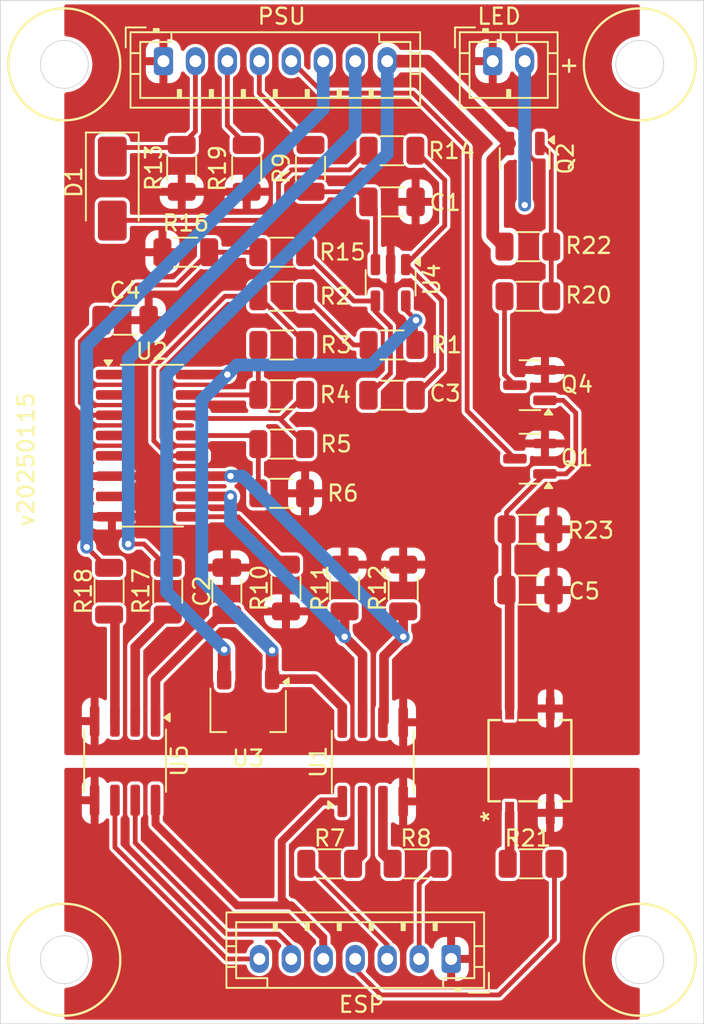
<source format=kicad_pcb>
(kicad_pcb (version 20241129) (generator "pcbnew") (generator_version "9.0")
  (layers (0 "F.Cu" signal) (2 "B.Cu" signal) (5 "F.SilkS" user "F.Silkscreen") (7 "B.SilkS" user "B.Silkscreen") (1 "F.Mask" user) (3 "B.Mask" user) (25 "Edge.Cuts" user))
  (net 0 "")
  (net 1 "+3.3V")
  (net 2 "GND-ESP")
  (net 3 "PSU +5V")
  (net 4 "GND-PSU")
  (net 5 "/PSU Power Gate")
  (net 6 "PSU +12V")
  (net 7 "Net-(U1-VIA)")
  (net 8 "Net-(U1-VIB)")
  (net 9 "/PSU A TACHOMETER")
  (net 10 "/PSU A TX")
  (net 11 "Net-(U4-+)")
  (net 12 "Net-(U4--)")
  (net 13 "/PSU/PSU SIG1")
  (net 14 "/PSU/PSU SIG3")
  (net 15 "/PSU/PSU ON")
  (net 16 "/PSU/PSU TACHOMETER")
  (net 17 "/PSU/PSU TX")
  (net 18 "/PSU/PSU SIG2")
  (net 19 "/PSU/PSU Button LED")
  (net 20 "/PSU/MUX CUR A")
  (net 21 "/PSU/MUX CUR B")
  (net 22 "Net-(U2-X)")
  (net 23 "Net-(Q1-G)")
  (net 24 "Net-(D1-A)")
  (net 25 "Net-(Q2-G)")
  (net 26 "Net-(Q3-Pad1)")
  (net 27 "Net-(Q4-D)")
  (net 28 "Net-(U2-X3)")
  (net 29 "Net-(U2-X2)")
  (net 30 "Net-(U2-X1)")
  (net 31 "Net-(U2-X0)")
  (net 32 "/PSU Current A")
  (net 33 "/PSU Current B")
  (net 34 "Net-(U2-C)")
  (net 40 "Net-(C3-Pad2)")
  (net 41 "Net-(R1-Pad1)")
  (net 42 "Net-(U5-VIA)")
  (net 43 "Net-(U5-VIB)")
  (footprint "Resistor_SMD:R_1206_3216Metric" (layer "F.Cu") (at 79.6 72.505)
    (property "Reference" "R2" (at 3.348809 0 0) (layer "F.SilkS"))
    (property "Value" "390R")
    (pad "1" smd roundrect (at -1.4625 0) (size 1.125 1.75) (layers "F.Cu" "F.Mask" "F.Paste") (roundrect_rratio 0.222222) (net 28 "Net-(U2-X3)"))
    (pad "2" smd roundrect (at 1.4625 0) (size 1.125 1.75) (layers "F.Cu" "F.Mask" "F.Paste") (roundrect_rratio 0.222222) (net 41 "Net-(R1-Pad1)"))
  )
  (footprint "Resistor_SMD:R_1206_3216Metric" (layer "F.Cu") (at 86.5 75.55)
    (property "Reference" "R1" (at 3.4 0 0) (layer "F.SilkS"))
    (property "Value" "3.9k")
    (pad "1" smd roundrect (at -1.4625 0) (size 1.125 1.75) (layers "F.Cu" "F.Mask" "F.Paste") (roundrect_rratio 0.222222) (net 41 "Net-(R1-Pad1)"))
    (pad "2" smd roundrect (at 1.4625 0) (size 1.125 1.75) (layers "F.Cu" "F.Mask" "F.Paste") (roundrect_rratio 0.222222) (net 3 "PSU +5V"))
  )
  (footprint "Package_TO_SOT_SMD:SOT-23" (layer "F.Cu") (at 95.13 82.6639 180)
    (property "Reference" "Q1" (at -2.9375 0.05 0) (layer "F.SilkS"))
    (property "Value" "IRLML0030")
    (pad "1" smd roundrect (at -0.9375 -0.95 180) (size 1.475 0.6) (layers "F.Cu" "F.Mask" "F.Paste") (net 23 "Net-(Q1-G)"))
    (pad "2" smd roundrect (at -0.9375 0.95 180) (size 1.475 0.6) (layers "F.Cu" "F.Mask" "F.Paste") (net 4 "GND-PSU"))
    (pad "3" smd roundrect (at 0.9375 0 180) (size 1.475 0.6) (layers "F.Cu" "F.Mask" "F.Paste") (net 15 "/PSU/PSU ON"))
  )
  (footprint "Diode_SMD:D_SMA" (layer "F.Cu") (at 69 65.77 -90)
    (property "Reference" "D1" (at -0.4 2.4 -90) (layer "F.SilkS"))
    (property "Value" "1N4007")
    (pad "1" smd roundrect (at -2 0 270) (size 2.5 1.8) (layers "F.Cu" "F.Mask" "F.Paste") (roundrect_rratio 0.1388888889) (net 13 "/PSU/PSU SIG1"))
    (pad "2" smd roundrect (at 2 0 270) (size 2.5 1.8) (layers "F.Cu" "F.Mask" "F.Paste") (roundrect_rratio 0.1388888889) (net 24 "Net-(D1-A)"))
  )
  (footprint "Resistor_SMD:R_1206_3216Metric" (layer "F.Cu") (at 73.6 69.75)
    (property "Reference" "R16" (at 0 -1.82 0) (layer "F.SilkS"))
    (property "Value" "100k")
    (pad "1" smd roundrect (at -1.4625 0) (size 1.125 1.75) (layers "F.Cu" "F.Mask" "F.Paste") (roundrect_rratio 0.222222) (net 4 "GND-PSU"))
    (pad "2" smd roundrect (at 1.4625 0) (size 1.125 1.75) (layers "F.Cu" "F.Mask" "F.Paste") (roundrect_rratio 0.222222) (net 22 "Net-(U2-X)"))
  )
  (footprint "Package_TO_SOT_SMD:SOT-23" (layer "F.Cu") (at 94.8 63.8875 -90)
    (property "Reference" "Q2" (at 0 -2.55 90) (layer "F.SilkS"))
    (property "Value" "PMOS 9301")
    (pad "1" smd roundrect (at -0.9375 -0.95 270) (size 1.475 0.6) (layers "F.Cu" "F.Mask" "F.Paste") (net 25 "Net-(Q2-G)"))
    (pad "2" smd roundrect (at -0.9375 0.95 270) (size 1.475 0.6) (layers "F.Cu" "F.Mask" "F.Paste") (net 6 "PSU +12V"))
    (pad "3" smd roundrect (at 0.9375 0 270) (size 1.475 0.6) (layers "F.Cu" "F.Mask" "F.Paste") (net 19 "/PSU/PSU Button LED"))
  )
  (footprint "Resistor_SMD:R_1206_3216Metric" (layer "F.Cu") (at 81.4 64.505 90)
    (property "Reference" "R9" (at 0 -1.82 90) (layer "F.SilkS"))
    (property "Value" "1k")
    (pad "1" smd roundrect (at -1.4625 0 90) (size 1.125 1.75) (layers "F.Cu" "F.Mask" "F.Paste") (roundrect_rratio 0.222222) (net 11 "Net-(U4-+)"))
    (pad "2" smd roundrect (at 1.4625 0 90) (size 1.125 1.75) (layers "F.Cu" "F.Mask" "F.Paste") (roundrect_rratio 0.222222) (net 14 "/PSU/PSU SIG3"))
  )
  (footprint "Resistor_SMD:R_1206_3216Metric" (layer "F.Cu") (at 79.6 81.75)
    (property "Reference" "R5" (at 3.4 0 0) (layer "F.SilkS"))
    (property "Value" "1k")
    (pad "1" smd roundrect (at -1.4625 0) (size 1.125 1.75) (layers "F.Cu" "F.Mask" "F.Paste") (roundrect_rratio 0.222222) (net 31 "Net-(U2-X0)"))
    (pad "2" smd roundrect (at 1.4625 0) (size 1.125 1.75) (layers "F.Cu" "F.Mask" "F.Paste") (roundrect_rratio 0.222222) (net 30 "Net-(U2-X1)"))
  )
  (footprint "Resistor_SMD:R_1206_3216Metric" (layer "F.Cu") (at 95.13 87.0782 180)
    (property "Reference" "R23" (at -3.8 -0.0718 0) (layer "F.SilkS"))
    (property "Value" "1M")
    (pad "1" smd roundrect (at -1.4625 0 180) (size 1.125 1.75) (layers "F.Cu" "F.Mask" "F.Paste") (roundrect_rratio 0.222222) (net 4 "GND-PSU"))
    (pad "2" smd roundrect (at 1.4625 0 180) (size 1.125 1.75) (layers "F.Cu" "F.Mask" "F.Paste") (roundrect_rratio 0.222222) (net 23 "Net-(Q1-G)"))
  )
  (footprint "Resistor_SMD:R_1206_3216Metric" (layer "F.Cu") (at 95 72.505)
    (property "Reference" "R20" (at 3.8 -0.0639 0) (layer "F.SilkS"))
    (property "Value" "50R")
    (pad "1" smd roundrect (at -1.4625 0) (size 1.125 1.75) (layers "F.Cu" "F.Mask" "F.Paste") (roundrect_rratio 0.222222) (net 27 "Net-(Q4-D)"))
    (pad "2" smd roundrect (at 1.4625 0) (size 1.125 1.75) (layers "F.Cu" "F.Mask" "F.Paste") (roundrect_rratio 0.222222) (net 25 "Net-(Q2-G)"))
  )
  (footprint "Resistor_SMD:R_1206_3216Metric" (layer "F.Cu") (at 79.6 69.75)
    (property "Reference" "R15" (at 3.8 0 0) (layer "F.SilkS"))
    (property "Value" "1k")
    (pad "1" smd roundrect (at -1.4625 0) (size 1.125 1.75) (layers "F.Cu" "F.Mask" "F.Paste") (roundrect_rratio 0.222222) (net 22 "Net-(U2-X)"))
    (pad "2" smd roundrect (at 1.4625 0) (size 1.125 1.75) (layers "F.Cu" "F.Mask" "F.Paste") (roundrect_rratio 0.222222) (net 12 "Net-(U4--)"))
  )
  (footprint "Connector_JST:JST_PH_B8B-PH-K_1x08_P2.00mm_Vertical" (layer "F.Cu") (at 72.2 57.8)
    (property "Reference" "J2" (hide yes))
    (property "Value" "PSU" (at 7.4 -2.8 0) (layer "F.SilkS"))
    (pad "1" thru_hole roundrect (at 0 0) (size 1.2 1.75) (drill 0.75) (layers "*.Cu" "*.Mask") (roundrect_rratio 0.208333) (net 4 "GND-PSU"))
    (pad "2" thru_hole oval (at 2 0) (size 1.2 1.75) (drill 0.75) (layers "*.Cu" "*.Mask") (net 13 "/PSU/PSU SIG1"))
    (pad "3" thru_hole oval (at 4 0) (size 1.2 1.75) (drill 0.75) (layers "*.Cu" "*.Mask") (net 18 "/PSU/PSU SIG2"))
    (pad "4" thru_hole oval (at 6 0) (size 1.2 1.75) (drill 0.75) (layers "*.Cu" "*.Mask") (net 14 "/PSU/PSU SIG3"))
    (pad "5" thru_hole oval (at 8 0) (size 1.2 1.75) (drill 0.75) (layers "*.Cu" "*.Mask") (net 15 "/PSU/PSU ON"))
    (pad "6" thru_hole oval (at 10 0) (size 1.2 1.75) (drill 0.75) (layers "*.Cu" "*.Mask") (net 16 "/PSU/PSU TACHOMETER"))
    (pad "7" thru_hole oval (at 12 0) (size 1.2 1.75) (drill 0.75) (layers "*.Cu" "*.Mask") (net 17 "/PSU/PSU TX"))
    (pad "8" thru_hole oval (at 14 0) (size 1.2 1.75) (drill 0.75) (layers "*.Cu" "*.Mask") (net 6 "PSU +12V"))
  )
  (footprint "Package_TO_SOT_SMD:SOT-89-3" (layer "F.Cu") (at 77.5 98.4 -90)
    (property "Reference" "U3" (at 3 0 180) (layer "F.SilkS"))
    (property "Value" "L78L05_SOT89")
    (pad "1" smd roundrect (at -1.95 -1.5 270) (size 1.3 0.9) (layers "F.Cu" "F.Mask" "F.Paste") (net 3 "PSU +5V"))
    (pad "2" smd custom (at -1.8625 0 270) (size 1.475 0.9) (layers "F.Cu" "F.Mask" "F.Paste") (net 4 "GND-PSU") (options (clearance outline) (anchor rect)) (primitives (gr_poly (pts (xy 3.8625 0.8665) (xy 0.7375 0.8665) (xy 0.7375 -0.8665) (xy 3.8625 -0.8665)) (width 0) (fill yes))))
    (pad "3" smd roundrect (at -1.95 1.5 270) (size 1.3 0.9) (layers "F.Cu" "F.Mask" "F.Paste") (net 6 "PSU +12V") (clearance 0.1))
  )
  (footprint "Resistor_SMD:R_1206_3216Metric" (layer "F.Cu") (at 82.6 108 180)
    (property "Reference" "R7" (at 0 1.6 0) (layer "F.SilkS"))
    (property "Value" "200R")
    (pad "1" smd roundrect (at -1.4625 0 180) (size 1.125 1.75) (layers "F.Cu" "F.Mask" "F.Paste") (roundrect_rratio 0.222222) (net 7 "Net-(U1-VIA)"))
    (pad "2" smd roundrect (at 1.4625 0 180) (size 1.125 1.75) (layers "F.Cu" "F.Mask" "F.Paste") (roundrect_rratio 0.222222) (net 33 "/PSU Current B"))
  )
  (footprint "Resistor_SMD:R_1206_3216Metric" (layer "F.Cu") (at 88 108)
    (property "Reference" "R8" (at 0 -1.6 0) (layer "F.SilkS"))
    (property "Value" "200R")
    (pad "1" smd roundrect (at -1.4625 0) (size 1.125 1.75) (layers "F.Cu" "F.Mask" "F.Paste") (roundrect_rratio 0.222222) (net 8 "Net-(U1-VIB)"))
    (pad "2" smd roundrect (at 1.4625 0) (size 1.125 1.75) (layers "F.Cu" "F.Mask" "F.Paste") (roundrect_rratio 0.222222) (net 32 "/PSU Current A"))
  )
  (footprint "Resistor_SMD:R_1206_3216Metric" (layer "F.Cu") (at 79.6 84.828332 180)
    (property "Reference" "R6" (at -3.825 0 0) (layer "F.SilkS"))
    (property "Value" "1k")
    (pad "1" smd roundrect (at -1.4625 0 180) (size 1.125 1.75) (layers "F.Cu" "F.Mask" "F.Paste") (roundrect_rratio 0.222222) (net 4 "GND-PSU"))
    (pad "2" smd roundrect (at 1.4625 0 180) (size 1.125 1.75) (layers "F.Cu" "F.Mask" "F.Paste") (roundrect_rratio 0.222222) (net 31 "Net-(U2-X0)"))
  )
  (footprint "trypillia:VOM1271T" (layer "F.Cu") (at 95.13 101.55 90)
    (property "Reference" "Q3" (hide yes))
    (property "Value" "VOM1271T")
    (fp_text user "*" (at -3.5 -2.5 90) (layer "F.SilkS"))
    (pad "1" smd rect (at -3.2639 -1.27 90) (size 1.3716 0.5588) (layers "F.Cu" "F.Mask" "F.Paste") (net 26 "Net-(Q3-Pad1)"))
    (pad "2" smd rect (at -3.2639 1.27 90) (size 1.3716 0.5588) (layers "F.Cu" "F.Mask" "F.Paste") (net 2 "GND-ESP"))
    (pad "3" smd rect (at 3.2639 1.27 90) (size 1.3716 0.5588) (layers "F.Cu" "F.Mask" "F.Paste") (net 4 "GND-PSU"))
    (pad "4" smd rect (at 3.2639 -1.27 90) (size 1.3716 0.5588) (layers "F.Cu" "F.Mask" "F.Paste") (net 23 "Net-(Q1-G)"))
  )
  (footprint "Resistor_SMD:R_1206_3216Metric" (layer "F.Cu") (at 95.2 108)
    (property "Reference" "R21" (at -0.2 -1.6 0) (layer "F.SilkS"))
    (property "Value" "200R")
    (pad "1" smd roundrect (at -1.4625 0) (size 1.125 1.75) (layers "F.Cu" "F.Mask" "F.Paste") (roundrect_rratio 0.222222) (net 26 "Net-(Q3-Pad1)"))
    (pad "2" smd roundrect (at 1.4625 0) (size 1.125 1.75) (layers "F.Cu" "F.Mask" "F.Paste") (roundrect_rratio 0.222222) (net 5 "/PSU Power Gate"))
  )
  (footprint "Resistor_SMD:R_1206_3216Metric" (layer "F.Cu") (at 83.532 90.75 -90)
    (property "Reference" "R11" (at 0 1.532 90) (layer "F.SilkS"))
    (property "Value" "10k")
    (pad "1" smd roundrect (at -1.4625 0 270) (size 1.125 1.75) (layers "F.Cu" "F.Mask" "F.Paste") (roundrect_rratio 0.222222) (net 4 "GND-PSU"))
    (pad "2" smd roundrect (at 1.4625 0 270) (size 1.125 1.75) (layers "F.Cu" "F.Mask" "F.Paste") (roundrect_rratio 0.222222) (net 21 "/PSU/MUX CUR B"))
  )
  (footprint "Resistor_SMD:R_1206_3216Metric" (layer "F.Cu") (at 77.408332 64.505 90)
    (property "Reference" "R19" (at 0 -1.82 90) (layer "F.SilkS"))
    (property "Value" "75k")
    (pad "1" smd roundrect (at -1.4625 0 90) (size 1.125 1.75) (layers "F.Cu" "F.Mask" "F.Paste") (roundrect_rratio 0.222222) (net 4 "GND-PSU"))
    (pad "2" smd roundrect (at 1.4625 0 90) (size 1.125 1.75) (layers "F.Cu" "F.Mask" "F.Paste") (roundrect_rratio 0.222222) (net 18 "/PSU/PSU SIG2"))
  )
  (footprint "Resistor_SMD:R_1206_3216Metric" (layer "F.Cu") (at 95 69.4 180)
    (property "Reference" "R22" (at -3.8 0.0639 0) (layer "F.SilkS"))
    (property "Value" "10k")
    (pad "1" smd roundrect (at -1.4625 0 180) (size 1.125 1.75) (layers "F.Cu" "F.Mask" "F.Paste") (roundrect_rratio 0.222222) (net 25 "Net-(Q2-G)"))
    (pad "2" smd roundrect (at 1.4625 0 180) (size 1.125 1.75) (layers "F.Cu" "F.Mask" "F.Paste") (roundrect_rratio 0.222222) (net 6 "PSU +12V"))
  )
  (footprint "Capacitor_SMD:C_1206_3216Metric" (layer "F.Cu") (at 69.8 74)
    (property "Reference" "C4" (at 0 -1.85 0) (layer "F.SilkS"))
    (property "Value" "100nF")
    (pad "1" smd roundrect (at -1.475 0) (size 1.15 1.8) (layers "F.Cu" "F.Mask" "F.Paste") (roundrect_rratio 0.217391) (net 22 "Net-(U2-X)"))
    (pad "2" smd roundrect (at 1.475 0) (size 1.15 1.8) (layers "F.Cu" "F.Mask" "F.Paste") (roundrect_rratio 0.217391) (net 4 "GND-PSU"))
  )
  (footprint "Resistor_SMD:R_1206_3216Metric" (layer "F.Cu") (at 73.341666 64.505 -90)
    (property "Reference" "R13" (at -0.0375 1.75 90) (layer "F.SilkS"))
    (property "Value" "15k")
    (pad "1" smd roundrect (at -1.4625 0 270) (size 1.125 1.75) (layers "F.Cu" "F.Mask" "F.Paste") (roundrect_rratio 0.222222) (net 13 "/PSU/PSU SIG1"))
    (pad "2" smd roundrect (at 1.4625 0 270) (size 1.125 1.75) (layers "F.Cu" "F.Mask" "F.Paste") (roundrect_rratio 0.222222) (net 4 "GND-PSU"))
  )
  (footprint "Resistor_SMD:R_1206_3216Metric" (layer "F.Cu") (at 72.468 90.95 90)
    (property "Reference" "R17" (at 0 -1.668 90) (layer "F.SilkS"))
    (property "Value" "200R")
    (pad "1" smd roundrect (at -1.4625 0 90) (size 1.125 1.75) (layers "F.Cu" "F.Mask" "F.Paste") (roundrect_rratio 0.222222) (net 42 "Net-(U5-VIA)"))
    (pad "2" smd roundrect (at 1.4625 0 90) (size 1.125 1.75) (layers "F.Cu" "F.Mask" "F.Paste") (roundrect_rratio 0.222222) (net 17 "/PSU/PSU TX"))
  )
  (footprint "Resistor_SMD:R_1206_3216Metric" (layer "F.Cu") (at 86.5 63.4 180)
    (property "Reference" "R14" (at -3.725 0 0) (layer "F.SilkS"))
    (property "Value" "1k")
    (pad "1" smd roundrect (at -1.4625 0 180) (size 1.125 1.75) (layers "F.Cu" "F.Mask" "F.Paste") (roundrect_rratio 0.222222) (net 40 "Net-(C3-Pad2)"))
    (pad "2" smd roundrect (at 1.4625 0 180) (size 1.125 1.75) (layers "F.Cu" "F.Mask" "F.Paste") (roundrect_rratio 0.222222) (net 24 "Net-(D1-A)"))
  )
  (footprint "Package_SO:SOP-16_3.9x9.9mm_P1.27mm" (layer "F.Cu") (at 71.475 81.85)
    (property "Reference" "U2" (at 0 -5.9 0) (layer "F.SilkS"))
    (property "Value" "CD4051B")
    (pad "1" smd roundrect (at -2.5 -4.445) (size 2 0.6) (layers "F.Cu" "F.Mask" "F.Paste"))
    (pad "2" smd roundrect (at -2.5 -3.175) (size 2 0.6) (layers "F.Cu" "F.Mask" "F.Paste"))
    (pad "3" smd roundrect (at -2.5 -1.905) (size 2 0.6) (layers "F.Cu" "F.Mask" "F.Paste") (net 22 "Net-(U2-X)"))
    (pad "4" smd roundrect (at -2.5 -0.635) (size 2 0.6) (layers "F.Cu" "F.Mask" "F.Paste"))
    (pad "5" smd roundrect (at -2.5 0.635) (size 2 0.6) (layers "F.Cu" "F.Mask" "F.Paste"))
    (pad "6" smd roundrect (at -2.5 1.905) (size 2 0.6) (layers "F.Cu" "F.Mask" "F.Paste") (net 4 "GND-PSU"))
    (pad "7" smd roundrect (at -2.5 3.175) (size 2 0.6) (layers "F.Cu" "F.Mask" "F.Paste"))
    (pad "8" smd roundrect (at -2.5 4.445) (size 2 0.6) (layers "F.Cu" "F.Mask" "F.Paste") (net 4 "GND-PSU"))
    (pad "9" smd roundrect (at 2.5 4.445) (size 2 0.6) (layers "F.Cu" "F.Mask" "F.Paste") (net 34 "Net-(U2-C)"))
    (pad "10" smd roundrect (at 2.5 3.175) (size 2 0.6) (layers "F.Cu" "F.Mask" "F.Paste") (net 21 "/PSU/MUX CUR B"))
    (pad "11" smd roundrect (at 2.5 1.905) (size 2 0.6) (layers "F.Cu" "F.Mask" "F.Paste") (net 20 "/PSU/MUX CUR A"))
    (pad "12" smd roundrect (at 2.5 0.635) (size 2 0.6) (layers "F.Cu" "F.Mask" "F.Paste") (net 28 "Net-(U2-X3)"))
    (pad "13" smd roundrect (at 2.5 -0.635) (size 2 0.6) (layers "F.Cu" "F.Mask" "F.Paste") (net 31 "Net-(U2-X0)"))
    (pad "14" smd roundrect (at 2.5 -1.905) (size 2 0.6) (layers "F.Cu" "F.Mask" "F.Paste") (net 30 "Net-(U2-X1)"))
    (pad "15" smd roundrect (at 2.5 -3.175) (size 2 0.6) (layers "F.Cu" "F.Mask" "F.Paste") (net 29 "Net-(U2-X2)"))
    (pad "16" smd roundrect (at 2.5 -4.445) (size 2 0.6) (layers "F.Cu" "F.Mask" "F.Paste") (net 3 "PSU +5V"))
  )
  (footprint "Package_TO_SOT_SMD:SOT-23" (layer "F.Cu") (at 95.13 78.0639 180)
    (property "Reference" "Q4" (at -2.9375 0.05 0) (layer "F.SilkS"))
    (property "Value" "IRLML0030")
    (pad "1" smd roundrect (at -0.9375 -0.95 180) (size 1.475 0.6) (layers "F.Cu" "F.Mask" "F.Paste") (net 23 "Net-(Q1-G)"))
    (pad "2" smd roundrect (at -0.9375 0.95 180) (size 1.475 0.6) (layers "F.Cu" "F.Mask" "F.Paste") (net 4 "GND-PSU"))
    (pad "3" smd roundrect (at 0.9375 0 180) (size 1.475 0.6) (layers "F.Cu" "F.Mask" "F.Paste") (net 27 "Net-(Q4-D)"))
  )
  (footprint "Connector_JST:JST_PH_B7B-PH-K_1x07_P2.00mm_Vertical" (layer "F.Cu") (at 90.2 113.95 180)
    (property "Reference" "J3" (hide yes))
    (property "Value" "ESP" (at 5.6 -2.85 0) (layer "F.SilkS"))
    (pad "1" thru_hole roundrect (at 0 0 180) (size 1.2 1.75) (drill 0.75) (layers "*.Cu" "*.Mask") (roundrect_rratio 0.208333) (net 2 "GND-ESP"))
    (pad "2" thru_hole oval (at 2 0 180) (size 1.2 1.75) (drill 0.75) (layers "*.Cu" "*.Mask") (net 32 "/PSU Current A"))
    (pad "3" thru_hole oval (at 4 0 180) (size 1.2 1.75) (drill 0.75) (layers "*.Cu" "*.Mask") (net 33 "/PSU Current B"))
    (pad "4" thru_hole oval (at 6 0 180) (size 1.2 1.75) (drill 0.75) (layers "*.Cu" "*.Mask") (net 5 "/PSU Power Gate"))
    (pad "5" thru_hole oval (at 8 0 180) (size 1.2 1.75) (drill 0.75) (layers "*.Cu" "*.Mask") (net 1 "+3.3V"))
    (pad "6" thru_hole oval (at 10 0 180) (size 1.2 1.75) (drill 0.75) (layers "*.Cu" "*.Mask") (net 10 "/PSU A TX"))
    (pad "7" thru_hole oval (at 12 0 180) (size 1.2 1.75) (drill 0.75) (layers "*.Cu" "*.Mask") (net 9 "/PSU A TACHOMETER"))
  )
  (footprint "Capacitor_SMD:C_1206_3216Metric" (layer "F.Cu") (at 95.13 90.8782)
    (property "Reference" "C5" (at 3.4 0.0718 0) (layer "F.SilkS"))
    (property "Value" "200pF")
    (pad "1" smd roundrect (at -1.475 0) (size 1.15 1.8) (layers "F.Cu" "F.Mask" "F.Paste") (roundrect_rratio 0.217391) (net 23 "Net-(Q1-G)"))
    (pad "2" smd roundrect (at 1.475 0) (size 1.15 1.8) (layers "F.Cu" "F.Mask" "F.Paste") (roundrect_rratio 0.217391) (net 4 "GND-PSU"))
  )
  (footprint "Package_SO:SOIC-8_3.9x4.9mm_P1.27mm" (layer "F.Cu") (at 69.8 101.55 -90)
    (property "Reference" "U5" (at 0 -3.4 90) (layer "F.SilkS"))
    (property "Value" "ADuM1200BR")
    (pad "1" smd roundrect (at -2.475 -1.905 270) (size 1.95 0.6) (layers "F.Cu" "F.Mask" "F.Paste") (net 3 "PSU +5V"))
    (pad "2" smd roundrect (at -2.475 -0.635 270) (size 1.95 0.6) (layers "F.Cu" "F.Mask" "F.Paste") (net 42 "Net-(U5-VIA)"))
    (pad "3" smd roundrect (at -2.475 0.635 270) (size 1.95 0.6) (layers "F.Cu" "F.Mask" "F.Paste") (net 43 "Net-(U5-VIB)"))
    (pad "4" smd roundrect (at -2.475 1.905 270) (size 1.95 0.6) (layers "F.Cu" "F.Mask" "F.Paste") (net 4 "GND-PSU"))
    (pad "5" smd roundrect (at 2.475 1.905 270) (size 1.95 0.6) (layers "F.Cu" "F.Mask" "F.Paste") (net 2 "GND-ESP"))
    (pad "6" smd roundrect (at 2.475 0.635 270) (size 1.95 0.6) (layers "F.Cu" "F.Mask" "F.Paste") (net 9 "/PSU A TACHOMETER"))
    (pad "7" smd roundrect (at 2.475 -0.635 270) (size 1.95 0.6) (layers "F.Cu" "F.Mask" "F.Paste") (net 10 "/PSU A TX"))
    (pad "8" smd roundrect (at 2.475 -1.905 270) (size 1.95 0.6) (layers "F.Cu" "F.Mask" "F.Paste") (net 1 "+3.3V"))
  )
  (footprint "Capacitor_SMD:C_1206_3216Metric" (layer "F.Cu") (at 86.5 66.6)
    (property "Reference" "C1" (at 3.325 0.045 0) (layer "F.SilkS"))
    (property "Value" "100nF")
    (pad "1" smd roundrect (at -1.475 0) (size 1.15 1.8) (layers "F.Cu" "F.Mask" "F.Paste") (roundrect_rratio 0.217391) (net 11 "Net-(U4-+)"))
    (pad "2" smd roundrect (at 1.475 0) (size 1.15 1.8) (layers "F.Cu" "F.Mask" "F.Paste") (roundrect_rratio 0.217391) (net 4 "GND-PSU"))
  )
  (footprint "Resistor_SMD:R_1206_3216Metric" (layer "F.Cu") (at 79.6 78.666666 180)
    (property "Reference" "R4" (at -3.348809 0 0) (layer "F.SilkS"))
    (property "Value" "1k")
    (pad "1" smd roundrect (at -1.4625 0 180) (size 1.125 1.75) (layers "F.Cu" "F.Mask" "F.Paste") (roundrect_rratio 0.222222) (net 30 "Net-(U2-X1)"))
    (pad "2" smd roundrect (at 1.4625 0 180) (size 1.125 1.75) (layers "F.Cu" "F.Mask" "F.Paste") (roundrect_rratio 0.222222) (net 29 "Net-(U2-X2)"))
  )
  (footprint "Resistor_SMD:R_1206_3216Metric" (layer "F.Cu") (at 79.6 75.55)
    (property "Reference" "R3" (at 3.4 0 0) (layer "F.SilkS"))
    (property "Value" "1k")
    (pad "1" smd roundrect (at -1.4625 0) (size 1.125 1.75) (layers "F.Cu" "F.Mask" "F.Paste") (roundrect_rratio 0.222222) (net 29 "Net-(U2-X2)"))
    (pad "2" smd roundrect (at 1.4625 0) (size 1.125 1.75) (layers "F.Cu" "F.Mask" "F.Paste") (roundrect_rratio 0.222222) (net 28 "Net-(U2-X3)"))
  )
  (footprint "Package_SO:SOIC-8_3.9x4.9mm_P1.27mm" (layer "F.Cu") (at 85.295 101.625 90)
    (property "Reference" "U1" (at 0 -3.4 90) (layer "F.SilkS"))
    (property "Value" "ADuM1200BR")
    (pad "1" smd roundrect (at -2.475 -1.905 90) (size 1.95 0.6) (layers "F.Cu" "F.Mask" "F.Paste") (net 1 "+3.3V"))
    (pad "2" smd roundrect (at -2.475 -0.635 90) (size 1.95 0.6) (layers "F.Cu" "F.Mask" "F.Paste") (net 7 "Net-(U1-VIA)"))
    (pad "3" smd roundrect (at -2.475 0.635 90) (size 1.95 0.6) (layers "F.Cu" "F.Mask" "F.Paste") (net 8 "Net-(U1-VIB)"))
    (pad "4" smd roundrect (at -2.475 1.905 90) (size 1.95 0.6) (layers "F.Cu" "F.Mask" "F.Paste") (net 2 "GND-ESP"))
    (pad "5" smd roundrect (at 2.475 1.905 90) (size 1.95 0.6) (layers "F.Cu" "F.Mask" "F.Paste") (net 4 "GND-PSU"))
    (pad "6" smd roundrect (at 2.475 0.635 90) (size 1.95 0.6) (layers "F.Cu" "F.Mask" "F.Paste") (net 20 "/PSU/MUX CUR A"))
    (pad "7" smd roundrect (at 2.475 -0.635 90) (size 1.95 0.6) (layers "F.Cu" "F.Mask" "F.Paste") (net 21 "/PSU/MUX CUR B"))
    (pad "8" smd roundrect (at 2.475 -1.905 90) (size 1.95 0.6) (layers "F.Cu" "F.Mask" "F.Paste") (net 3 "PSU +5V"))
  )
  (footprint "Connector_JST:JST_PH_B2B-PH-K_1x02_P2.00mm_Vertical" (layer "F.Cu") (at 92.8 57.8)
    (property "Reference" "J1" (hide yes))
    (property "Value" "LED" (at 0.4 -2.8 0) (layer "F.SilkS"))
    (pad "1" thru_hole roundrect (at 0 0) (size 1.2 1.75) (drill 0.75) (layers "*.Cu" "*.Mask") (roundrect_rratio 0.208333) (net 4 "GND-PSU"))
    (pad "2" thru_hole oval (at 2 0) (size 1.2 1.75) (drill 0.75) (layers "*.Cu" "*.Mask") (net 19 "/PSU/PSU Button LED"))
  )
  (footprint "Resistor_SMD:R_1206_3216Metric" (layer "F.Cu") (at 79.864 90.75 90)
    (property "Reference" "R10" (at 0 -1.664 90) (layer "F.SilkS"))
    (property "Value" "10k")
    (pad "1" smd roundrect (at -1.4625 0 90) (size 1.125 1.75) (layers "F.Cu" "F.Mask" "F.Paste") (roundrect_rratio 0.222222) (net 4 "GND-PSU"))
    (pad "2" smd roundrect (at 1.4625 0 90) (size 1.125 1.75) (layers "F.Cu" "F.Mask" "F.Paste") (roundrect_rratio 0.222222) (net 34 "Net-(U2-C)"))
  )
  (footprint "Resistor_SMD:R_1206_3216Metric" (layer "F.Cu") (at 68.8 90.95 90)
    (property "Reference" "R18" (at 0 -1.6 90) (layer "F.SilkS"))
    (property "Value" "200R")
    (pad "1" smd roundrect (at -1.4625 0 90) (size 1.125 1.75) (layers "F.Cu" "F.Mask" "F.Paste") (roundrect_rratio 0.222222) (net 43 "Net-(U5-VIB)"))
    (pad "2" smd roundrect (at 1.4625 0 90) (size 1.125 1.75) (layers "F.Cu" "F.Mask" "F.Paste") (roundrect_rratio 0.222222) (net 16 "/PSU/PSU TACHOMETER"))
  )
  (footprint "Capacitor_SMD:C_1206_3216Metric" (layer "F.Cu") (at 86.5 78.696666)
    (property "Reference" "C3" (at 3.325 -0.116666 0) (layer "F.SilkS"))
    (property "Value" "100nF")
    (pad "1" smd roundrect (at -1.475 0) (size 1.15 1.8) (layers "F.Cu" "F.Mask" "F.Paste") (roundrect_rratio 0.217391) (net 12 "Net-(U4--)"))
    (pad "2" smd roundrect (at 1.475 0) (size 1.15 1.8) (layers "F.Cu" "F.Mask" "F.Paste") (roundrect_rratio 0.217391) (net 40 "Net-(C3-Pad2)"))
  )
  (footprint "Package_TO_SOT_SMD:SOT-23-5" (layer "F.Cu") (at 86.4125 71.6625 -90)
    (property "Reference" "U4" (at -0.205 -2.575 90) (layer "F.SilkS"))
    (property "Value" "MCP6001-OT")
    (pad "1" smd roundrect (at -1.1375 -0.95 270) (size 1.325 0.6) (layers "F.Cu" "F.Mask" "F.Paste") (net 40 "Net-(C3-Pad2)"))
    (pad "2" smd roundrect (at -1.1375 0 270) (size 1.325 0.6) (layers "F.Cu" "F.Mask" "F.Paste") (net 4 "GND-PSU"))
    (pad "3" smd roundrect (at -1.1375 0.95 270) (size 1.325 0.6) (layers "F.Cu" "F.Mask" "F.Paste") (net 11 "Net-(U4-+)"))
    (pad "4" smd roundrect (at 1.1375 0.95 270) (size 1.325 0.6) (layers "F.Cu" "F.Mask" "F.Paste") (net 12 "Net-(U4--)"))
    (pad "5" smd roundrect (at 1.1375 -0.95 270) (size 1.325 0.6) (layers "F.Cu" "F.Mask" "F.Paste") (net 3 "PSU +5V"))
  )
  (footprint "Resistor_SMD:R_1206_3216Metric" (layer "F.Cu") (at 87.2 90.75 -90)
    (property "Reference" "R12" (at 0 1.6 90) (layer "F.SilkS"))
    (property "Value" "10k")
    (pad "1" smd roundrect (at -1.4625 0 270) (size 1.125 1.75) (layers "F.Cu" "F.Mask" "F.Paste") (roundrect_rratio 0.222222) (net 4 "GND-PSU"))
    (pad "2" smd roundrect (at 1.4625 0 270) (size 1.125 1.75) (layers "F.Cu" "F.Mask" "F.Paste") (roundrect_rratio 0.222222) (net 20 "/PSU/MUX CUR A"))
  )
  (footprint "Capacitor_SMD:C_1206_3216Metric" (layer "F.Cu") (at 76.166 90.95 90)
    (property "Reference" "C2" (at 0 -1.566 90) (layer "F.SilkS"))
    (property "Value" "1uF")
    (pad "1" smd roundrect (at -1.475 0 90) (size 1.15 1.8) (layers "F.Cu" "F.Mask" "F.Paste") (roundrect_rratio 0.217391) (net 3 "PSU +5V"))
    (pad "2" smd roundrect (at 1.475 0 90) (size 1.15 1.8) (layers "F.Cu" "F.Mask" "F.Paste") (roundrect_rratio 0.217391) (net 4 "GND-PSU"))
  )
  (gr_circle (center 102 58) (end 105.5 58) (stroke (width 0.15)) (fill no) (layer "F.SilkS"))
  (gr_circle (center 66 58) (end 69.5 58) (stroke (width 0.15)) (fill no) (layer "F.SilkS"))
  (gr_circle (center 102 114) (end 105.5 114) (stroke (width 0.15)) (fill no) (layer "F.SilkS"))
  (gr_circle (center 66 114) (end 69.5 114) (stroke (width 0.15)) (fill no) (layer "F.SilkS"))
  (gr_circle (center 102 114) (end 103.5 114) (stroke (width 0.05)) (fill no) (layer "Edge.Cuts"))
  (gr_rect (start 62 54) (end 106 118) (stroke (width 0.05)) (fill no) (layer "Edge.Cuts"))
  (gr_circle (center 66 114) (end 67.5 114) (stroke (width 0.05)) (fill no) (layer "Edge.Cuts"))
  (gr_circle (center 66 58) (end 67.5 58) (stroke (width 0.05)) (fill no) (layer "Edge.Cuts"))
  (gr_circle (center 102 58) (end 103.5 58) (stroke (width 0.05)) (fill no) (layer "Edge.Cuts"))
  (gr_text "v20250115" (at 64.2 87 90) (layer "F.SilkS") (effects (font (size 1 1)) (justify left bottom)))
  (gr_text "+" (at 96.86 58.6 0) (layer "F.SilkS") (effects (font (size 1 1)) (justify left bottom)))
  (segment (start 76.8 110.6) (end 80.2 110.6) (width 0.5) (layer "F.Cu") (net 1))
  (segment (start 82.1 104.1) (end 83.39 104.1) (width 0.5) (layer "F.Cu") (net 1))
  (segment (start 80 110.6) (end 79.6 110.2) (width 0.5) (layer "F.Cu") (net 1))
  (segment (start 71.705 104.025) (end 71.705 105.505) (width 0.5) (layer "F.Cu") (net 1))
  (segment (start 82.2 112.6) (end 82.2 113.4) (width 0.5) (layer "F.Cu") (net 1))
  (segment (start 71.705 105.505) (end 76.8 110.6) (width 0.5) (layer "F.Cu") (net 1))
  (segment (start 82.2 113.4) (end 82.2 113.95) (width 0.3) (layer "F.Cu") (net 1))
  (segment (start 79.6 106.6) (end 82.1 104.1) (width 0.5) (layer "F.Cu") (net 1))
  (segment (start 80.2 110.6) (end 82.2 112.6) (width 0.5) (layer "F.Cu") (net 1))
  (segment (start 79.6 110.2) (end 79.6 106.6) (width 0.5) (layer "F.Cu") (net 1))
  (segment (start 76.775 92.425) (end 79 94.65) (width 0.8) (layer "F.Cu") (net 3))
  (segment (start 87.9625 74.0375) (end 88 74) (width 0.3) (layer "F.Cu") (net 3))
  (segment (start 73.975 77.405) (end 76.195 77.405) (width 0.6) (layer "F.Cu") (net 3))
  (segment (start 87.3625 73.3625) (end 87.3625 72.8) (width 0.3) (layer "F.Cu") (net 3))
  (segment (start 76.166 92.425) (end 76.775 92.425) (width 0.8) (layer "F.Cu") (net 3))
  (segment (start 88 74) (end 87.3625 73.3625) (width 0.3) (layer "F.Cu") (net 3))
  (segment (start 71.705 96.495) (end 75.775 92.425) (width 0.6) (layer "F.Cu") (net 3))
  (segment (start 71.705 99.075) (end 71.705 96.495) (width 0.6) (layer "F.Cu") (net 3))
  (segment (start 83.39 98.19) (end 81.65 96.45) (width 0.6) (layer "F.Cu") (net 3))
  (segment (start 79 96.45) (end 79 94.65) (width 0.8) (layer "F.Cu") (net 3))
  (segment (start 87.9625 75.55) (end 87.9625 74.0375) (width 0.3) (layer "F.Cu") (net 3))
  (segment (start 81.65 96.45) (end 79 96.45) (width 0.6) (layer "F.Cu") (net 3))
  (segment (start 76.195 77.405) (end 76.2 77.4) (width 0.3) (layer "F.Cu") (net 3))
  (segment (start 83.39 99.15) (end 83.39 98.19) (width 0.6) (layer "F.Cu") (net 3))
  (segment (start 75.775 92.425) (end 76.166 92.425) (width 0.6) (layer "F.Cu") (net 3))
  (via (at 79 94.65) (size 0.8) (drill 0.4) (layers "F.Cu" "B.Cu") (net 3))
  (via (at 88 74) (size 0.8) (drill 0.4) (layers "F.Cu" "B.Cu") (net 3))
  (via (at 76.2 77.4) (size 0.8) (drill 0.4) (layers "F.Cu" "B.Cu") (net 3))
  (segment (start 76.8 76.8) (end 85.2 76.8) (width 0.8) (layer "B.Cu") (net 3))
  (segment (start 79 94.65) (end 74.6 90.25) (width 0.8) (layer "B.Cu") (net 3))
  (segment (start 74.6 79) (end 76.2 77.4) (width 0.8) (layer "B.Cu") (net 3))
  (segment (start 74.6 90.25) (end 74.6 79) (width 0.8) (layer "B.Cu") (net 3))
  (segment (start 85.2 76.8) (end 88 74) (width 0.8) (layer "B.Cu") (net 3))
  (segment (start 76.2 77.4) (end 76.8 76.8) (width 0.8) (layer "B.Cu") (net 3))
  (segment (start 81.0625 84.672499) (end 81.0625 84.828332) (width 0.3) (layer "F.Cu") (net 4))
  (segment (start 96.6625 112.7375) (end 96.6625 108) (width 0.3) (layer "F.Cu") (net 5))
  (segment (start 84.2 113.95) (end 84.2 114.6) (width 0.3) (layer "F.Cu") (net 5))
  (segment (start 85.8 116.2) (end 93.2 116.2) (width 0.3) (layer "F.Cu") (net 5))
  (segment (start 93.2 116.2) (end 96.6625 112.7375) (width 0.3) (layer "F.Cu") (net 5))
  (segment (start 84.2 114.6) (end 85.8 116.2) (width 0.3) (layer "F.Cu") (net 5))
  (segment (start 88.7 57.8) (end 93.85 62.95) (width 0.8) (layer "F.Cu") (net 6))
  (segment (start 76 94.6) (end 76 96.45) (width 0.8) (layer "F.Cu") (net 6))
  (segment (start 92.8 64) (end 93.85 62.95) (width 0.8) (layer "F.Cu") (net 6))
  (segment (start 92.8 68.6625) (end 92.8 64) (width 0.8) (layer "F.Cu") (net 6))
  (segment (start 93.5375 69.4) (end 92.8 68.6625) (width 0.8) (layer "F.Cu") (net 6))
  (segment (start 86.2 57.8) (end 88.7 57.8) (width 0.8) (layer "F.Cu") (net 6))
  (via (at 76 94.6) (size 0.8) (drill 0.4) (layers "F.Cu" "B.Cu") (net 6))
  (segment (start 72.4 77.4) (end 72.4 91) (width 0.8) (layer "B.Cu") (net 6))
  (segment (start 72.4 91) (end 76 94.6) (width 0.8) (layer "B.Cu") (net 6))
  (segment (start 86.2 57.8) (end 86.2 63.6) (width 0.8) (layer "B.Cu") (net 6))
  (segment (start 86.2 63.6) (end 72.4 77.4) (width 0.8) (layer "B.Cu") (net 6))
  (segment (start 84.66 107.4025) (end 84.0625 108) (width 0.6) (layer "F.Cu") (net 7))
  (segment (start 84.66 104.1) (end 84.66 107.4025) (width 0.6) (layer "F.Cu") (net 7))
  (segment (start 85.93 104.1) (end 85.93 107.3925) (width 0.6) (layer "F.Cu") (net 8))
  (segment (start 85.93 107.3925) (end 86.5375 108) (width 0.6) (layer "F.Cu") (net 8))
  (segment (start 78.2 113.95) (end 76.15 113.95) (width 0.3) (layer "F.Cu") (net 9))
  (segment (start 69.165 106.965) (end 69.165 104.025) (width 0.3) (layer "F.Cu") (net 9))
  (segment (start 76.15 113.95) (end 69.165 106.965) (width 0.3) (layer "F.Cu") (net 9))
  (segment (start 80.2 113.2) (end 80.2 113.95) (width 0.3) (layer "F.Cu") (net 10))
  (segment (start 70.435 104.025) (end 70.435 106.692107) (width 0.3) (layer "F.Cu") (net 10))
  (segment (start 79.4 112.4) (end 80.2 113.2) (width 0.3) (layer "F.Cu") (net 10))
  (segment (start 70.435 106.692107) (end 76.142893 112.4) (width 0.3) (layer "F.Cu") (net 10))
  (segment (start 76.142893 112.4) (end 79.4 112.4) (width 0.3) (layer "F.Cu") (net 10))
  (segment (start 85.4625 67.0375) (end 85.025 66.6) (width 0.3) (layer "F.Cu") (net 11))
  (segment (start 81.4 65.9675) (end 84.3925 65.9675) (width 0.3) (layer "F.Cu") (net 11))
  (segment (start 84.3925 65.9675) (end 85.025 66.6) (width 0.3) (layer "F.Cu") (net 11))
  (segment (start 85.4625 70.525) (end 85.4625 67.0375) (width 0.3) (layer "F.Cu") (net 11))
  (segment (start 86.4 74.4) (end 86.4 77.321666) (width 0.3) (layer "F.Cu") (net 12))
  (segment (start 85.4625 73.4625) (end 86.4 74.4) (width 0.3) (layer "F.Cu") (net 12))
  (segment (start 81.0625 69.75) (end 84.1125 72.8) (width 0.3) (layer "F.Cu") (net 12))
  (segment (start 86.4 77.321666) (end 85.025 78.696666) (width 0.3) (layer "F.Cu") (net 12))
  (segment (start 84.1125 72.8) (end 85.4625 72.8) (width 0.3) (layer "F.Cu") (net 12))
  (segment (start 85.4625 72.8) (end 85.4625 73.4625) (width 0.3) (layer "F.Cu") (net 12))
  (segment (start 69 63.77) (end 69.57 63.2) (width 0.3) (layer "F.Cu") (net 13))
  (segment (start 73.184166 63.2) (end 73.341666 63.0425) (width 0.3) (layer "F.Cu") (net 13))
  (segment (start 74.2 62.184166) (end 73.341666 63.0425) (width 0.3) (layer "F.Cu") (net 13))
  (segment (start 69.57 63.2) (end 73.184166 63.2) (width 0.3) (layer "F.Cu") (net 13))
  (segment (start 74.2 57.8) (end 74.2 62.184166) (width 0.3) (layer "F.Cu") (net 13))
  (segment (start 81.4 63) (end 81.4 63.0425) (width 0.3) (layer "F.Cu") (net 14))
  (segment (start 78.2 57.8) (end 78.2 59.8) (width 0.3) (layer "F.Cu") (net 14))
  (segment (start 78.2 59.8) (end 81.4 63) (width 0.3) (layer "F.Cu") (net 14))
  (segment (start 91.2 79.6714) (end 94.1925 82.6639) (width 0.3) (layer "F.Cu") (net 15))
  (segment (start 87.8 59.8) (end 91.2 63.2) (width 0.3) (layer "F.Cu") (net 15))
  (segment (start 80.2 57.8) (end 82.2 59.8) (width 0.3) (layer "F.Cu") (net 15))
  (segment (start 91.2 63.2) (end 91.2 79.6714) (width 0.3) (layer "F.Cu") (net 15))
  (segment (start 82.2 59.8) (end 87.8 59.8) (width 0.3) (layer "F.Cu") (net 15))
  (segment (start 68.6875 89.4875) (end 67.4 88.2) (width 0.3) (layer "F.Cu") (net 16))
  (segment (start 68.8 89.4875) (end 68.6875 89.4875) (width 0.3) (layer "F.Cu") (net 16))
  (via (at 67.4 88.2) (size 0.8) (drill 0.4) (layers "F.Cu" "B.Cu") (net 16))
  (segment (start 67.4 75.6) (end 82.2 60.8) (width 0.8) (layer "B.Cu") (net 16))
  (segment (start 67.4 88.2) (end 67.4 75.6) (width 0.8) (layer "B.Cu") (net 16))
  (segment (start 82.2 60.8) (end 82.2 57.8) (width 0.8) (layer "B.Cu") (net 16))
  (segment (start 70.9805 88) (end 72.468 89.4875) (width 0.3) (layer "F.Cu") (net 17))
  (segment (start 70 88) (end 70.9805 88) (width 0.3) (layer "F.Cu") (net 17))
  (via (at 70 88) (size 0.8) (drill 0.4) (layers "F.Cu" "B.Cu") (net 17))
  (segment (start 84.2 62.2) (end 84.2 57.8) (width 0.8) (layer "B.Cu") (net 17))
  (segment (start 70 76.4) (end 84.2 62.2) (width 0.8) (layer "B.Cu") (net 17))
  (segment (start 70 88) (end 70 76.4) (width 0.8) (layer "B.Cu") (net 17))
  (segment (start 76.2 57.8) (end 76.2 61.834168) (width 0.3) (layer "F.Cu") (net 18))
  (segment (start 76.2 61.834168) (end 77.408332 63.0425) (width 0.3) (layer "F.Cu") (net 18))
  (segment (start 94.8 66.8) (end 94.8 64.825) (width 0.6) (layer "F.Cu") (net 19))
  (via (at 94.8 66.8) (size 0.8) (drill 0.4) (layers "F.Cu" "B.Cu") (net 19))
  (segment (start 94.8 66.8) (end 94.8 57.8) (width 0.8) (layer "B.Cu") (net 19))
  (segment (start 86 95) (end 87.2 93.8) (width 0.6) (layer "F.Cu") (net 20))
  (segment (start 85.93 99.15) (end 86 99.08) (width 0.6) (layer "F.Cu") (net 20))
  (segment (start 87.2 93.8) (end 87.2 92.2125) (width 0.6) (layer "F.Cu") (net 20))
  (segment (start 73.975 83.755) (end 76.4 83.755) (width 0.6) (layer "F.Cu") (net 20))
  (segment (start 86 99.08) (end 86 95) (width 0.6) (layer "F.Cu") (net 20))
  (via (at 76.4 83.755) (size 0.8) (drill 0.4) (layers "F.Cu" "B.Cu") (net 20))
  (via (at 87.2 93.8) (size 0.8) (drill 0.4) (layers "F.Cu" "B.Cu") (net 20))
  (segment (start 87.2 93.8) (end 77.155 83.755) (width 0.8) (layer "B.Cu") (net 20))
  (segment (start 77.155 83.755) (end 76.4 83.755) (width 0.8) (layer "B.Cu") (net 20))
  (segment (start 73.975 85.025) (end 76.4 85.025) (width 0.6) (layer "F.Cu") (net 21))
  (segment (start 83.532 93.8) (end 83.532 92.2125) (width 0.6) (layer "F.Cu") (net 21))
  (segment (start 83.532 93.8) (end 84.66 94.928) (width 0.6) (layer "F.Cu") (net 21))
  (segment (start 84.66 94.928) (end 84.66 99.15) (width 0.6) (layer "F.Cu") (net 21))
  (via (at 83.532 93.8) (size 0.8) (drill 0.4) (layers "F.Cu" "B.Cu") (net 21))
  (via (at 76.4 85.025) (size 0.8) (drill 0.4) (layers "F.Cu" "B.Cu") (net 21))
  (segment (start 83.532 93.8) (end 83.532 93.732) (width 0.3) (layer "B.Cu") (net 21))
  (segment (start 83.532 93.732) (end 76.4 86.6) (width 0.8) (layer "B.Cu") (net 21))
  (segment (start 76.4 86.6) (end 76.4 85.025) (width 0.8) (layer "B.Cu") (net 21))
  (segment (start 73.0125 71.8) (end 75.0625 69.75) (width 0.3) (layer "F.Cu") (net 22))
  (segment (start 67 79.16) (end 67 75.325) (width 0.3) (layer "F.Cu") (net 22))
  (segment (start 70.525 71.8) (end 73.0125 71.8) (width 0.3) (layer "F.Cu") (net 22))
  (segment (start 67 75.325) (end 68.325 74) (width 0.3) (layer "F.Cu") (net 22))
  (segment (start 78.1375 69.75) (end 75.0625 69.75) (width 0.3) (layer "F.Cu") (net 22))
  (segment (start 68.975 79.945) (end 67.785 79.945) (width 0.3) (layer "F.Cu") (net 22))
  (segment (start 67.785 79.945) (end 67 79.16) (width 0.3) (layer "F.Cu") (net 22))
  (segment (start 68.325 74) (end 70.525 71.8) (width 0.3) (layer "F.Cu") (net 22))
  (segment (start 98 79.8) (end 98 83) (width 0.3) (layer "F.Cu") (net 23))
  (segment (start 98 83) (end 97.3861 83.6139) (width 0.3) (layer "F.Cu") (net 23))
  (segment (start 93.86 91.0832) (end 93.655 90.8782) (width 0.3) (layer "F.Cu") (net 23))
  (segment (start 93.86 98.2861) (end 93.86 91.0832) (width 0.6) (layer "F.Cu") (net 23))
  (segment (start 93.6675 87.0782) (end 93.6675 86.0139) (width 0.3) (layer "F.Cu") (net 23))
  (segment (start 97.3861 83.6139) (end 96.0675 83.6139) (width 0.3) (layer "F.Cu") (net 23))
  (segment (start 93.655 87.0907) (end 93.6675 87.0782) (width 0.3) (layer "F.Cu") (net 23))
  (segment (start 96.0675 79.0139) (end 97.2139 79.0139) (width 0.3) (layer "F.Cu") (net 23))
  (segment (start 97.2139 79.0139) (end 98 79.8) (width 0.3) (layer "F.Cu") (net 23))
  (segment (start 93.6675 86.0139) (end 96.0675 83.6139) (width 0.3) (layer "F.Cu") (net 23))
  (segment (start 93.655 90.8782) (end 93.655 87.0907) (width 0.6) (layer "F.Cu") (net 23))
  (segment (start 69 67.77) (end 69.015 67.755) (width 0.3) (layer "F.Cu") (net 24))
  (segment (start 79.4 67) (end 79.4 65.4) (width 0.3) (layer "F.Cu") (net 24))
  (segment (start 83.8375 64.6) (end 85.0375 63.4) (width 0.3) (layer "F.Cu") (net 24))
  (segment (start 69.015 67.755) (end 78.645 67.755) (width 0.3) (layer "F.Cu") (net 24))
  (segment (start 79.4 65.4) (end 80.2 64.6) (width 0.3) (layer "F.Cu") (net 24))
  (segment (start 80.2 64.6) (end 83.8375 64.6) (width 0.3) (layer "F.Cu") (net 24))
  (segment (start 78.645 67.755) (end 79.4 67) (width 0.3) (layer "F.Cu") (net 24))
  (segment (start 96.4625 69.4) (end 96.4625 72.505) (width 0.3) (layer "F.Cu") (net 25))
  (segment (start 96.4625 69.4) (end 96.4625 63.6625) (width 0.3) (layer "F.Cu") (net 25))
  (segment (start 96.4625 63.6625) (end 95.75 62.95) (width 0.3) (layer "F.Cu") (net 25))
  (segment (start 93.86 107.8775) (end 93.7375 108) (width 0.3) (layer "F.Cu") (net 26))
  (segment (start 93.86 104.8139) (end 93.86 107.8775) (width 0.6) (layer "F.Cu") (net 26))
  (segment (start 93.5375 77.4089) (end 93.5375 72.505) (width 0.3) (layer "F.Cu") (net 27))
  (segment (start 94.1925 78.0639) (end 93.5375 77.4089) (width 0.3) (layer "F.Cu") (net 27))
  (segment (start 78.1375 72.505) (end 81.0625 75.43) (width 0.3) (layer "F.Cu") (net 28))
  (segment (start 71.6 81.55) (end 71.6 76.95) (width 0.3) (layer "F.Cu") (net 28))
  (segment (start 81.0625 75.43) (end 81.0625 75.585833) (width 0.3) (layer "F.Cu") (net 28))
  (segment (start 71.6 76.95) (end 76.045 72.505) (width 0.3) (layer "F.Cu") (net 28))
  (segment (start 73.975 82.485) (end 72.535 82.485) (width 0.3) (layer "F.Cu") (net 28))
  (segment (start 76.045 72.505) (end 78.1375 72.505) (width 0.3) (layer "F.Cu") (net 28))
  (segment (start 72.535 82.485) (end 71.6 81.55) (width 0.3) (layer "F.Cu") (net 28))
  (segment (start 73.975 78.675) (end 78.129166 78.675) (width 0.3) (layer "F.Cu") (net 29))
  (segment (start 78.1375 75.585833) (end 78.1375 78.666666) (width 0.3) (layer "F.Cu") (net 29))
  (segment (start 78.129166 78.675) (end 78.1375 78.666666) (width 0.3) (layer "F.Cu") (net 29))
  (segment (start 73.975 79.945) (end 74.18 80.15) (width 0.3) (layer "F.Cu") (net 30))
  (segment (start 79.579166 80.15) (end 81.0625 78.666666) (width 0.3) (layer "F.Cu") (net 30))
  (segment (start 79.465001 80.15) (end 81.0625 81.747499) (width 0.3) (layer "F.Cu") (net 30))
  (segment (start 74.18 80.15) (end 79.579166 80.15) (width 0.3) (layer "F.Cu") (net 30))
  (segment (start 78.1375 81.747499) (end 78.1375 84.828332) (width 0.3) (layer "F.Cu") (net 31))
  (segment (start 73.975 81.215) (end 77.605001 81.215) (width 0.3) (layer "F.Cu") (net 31))
  (segment (start 77.605001 81.215) (end 78.1375 81.747499) (width 0.3) (layer "F.Cu") (net 31))
  (segment (start 88.2 109.2625) (end 89.4625 108) (width 0.3) (layer "F.Cu") (net 32))
  (segment (start 88.2 113.95) (end 88.2 109.2625) (width 0.3) (layer "F.Cu") (net 32))
  (segment (start 86.2 113.0625) (end 81.1375 108) (width 0.3) (layer "F.Cu") (net 33))
  (segment (start 86.2 113.95) (end 86.2 113.0625) (width 0.3) (layer "F.Cu") (net 33))
  (segment (start 76.8715 86.295) (end 79.864 89.2875) (width 0.3) (layer "F.Cu") (net 34))
  (segment (start 73.975 86.295) (end 76.8715 86.295) (width 0.3) (layer "F.Cu") (net 34))
  (segment (start 89.8 68.0875) (end 87.3625 70.525) (width 0.3) (layer "F.Cu") (net 40))
  (segment (start 89.8 65.2375) (end 89.8 68.0875) (width 0.3) (layer "F.Cu") (net 40))
  (segment (start 89.6 77.071666) (end 87.975 78.696666) (width 0.3) (layer "F.Cu") (net 40))
  (segment (start 89.6 72.7625) (end 89.6 77.071666) (width 0.3) (layer "F.Cu") (net 40))
  (segment (start 87.3625 70.525) (end 89.6 72.7625) (width 0.3) (layer "F.Cu") (net 40))
  (segment (start 87.9625 63.4) (end 89.8 65.2375) (width 0.3) (layer "F.Cu") (net 40))
  (segment (start 81.0625 72.505) (end 84.1075 75.55) (width 0.3) (layer "F.Cu") (net 41))
  (segment (start 84.1075 75.55) (end 85.0375 75.55) (width 0.3) (layer "F.Cu") (net 41))
  (segment (start 70.435 99.075) (end 70.435 94.4455) (width 0.6) (layer "F.Cu") (net 42))
  (segment (start 70.435 94.4455) (end 72.468 92.4125) (width 0.6) (layer "F.Cu") (net 42))
  (segment (start 69.165 99.075) (end 69.165 92.7775) (width 0.6) (layer "F.Cu") (net 43))
  (segment (start 69.165 92.7775) (end 68.8 92.4125) (width 0.3) (layer "F.Cu") (net 43))
  (zone (net 4) (net_name "GND-PSU") (layer "F.Cu") (priority 3) (connect_pads (clearance 0)) (min_thickness 0.25) (fill yes (thermal_gap 0.5) (thermal_bridge_width 0.5))
    (polygon (pts (xy 66 54) (xy 102 54) (xy 102 101.2) (xy 66 101.2)))
  )
  (zone (net 2) (net_name "GND-ESP") (layer "F.Cu") (priority 5) (connect_pads (clearance 0)) (min_thickness 0.25) (fill yes (thermal_gap 0.5) (thermal_bridge_width 0.5))
    (polygon (pts (xy 66 102) (xy 102 102) (xy 102 118) (xy 66 118)))
  )
)
</source>
